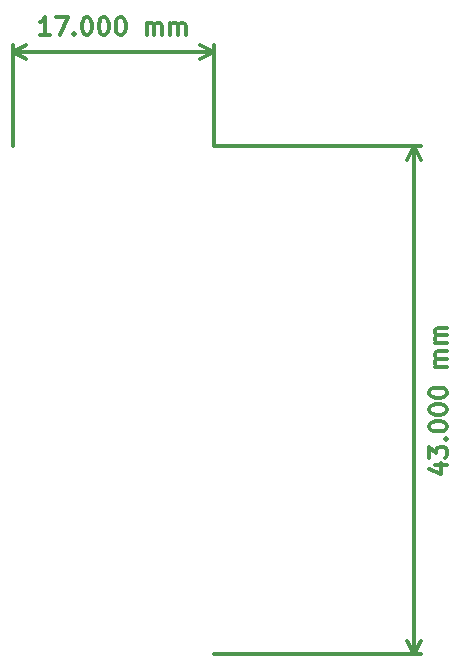
<source format=gbr>
G04 #@! TF.GenerationSoftware,KiCad,Pcbnew,(5.0.0)*
G04 #@! TF.CreationDate,2018-10-13T10:57:01-04:00*
G04 #@! TF.ProjectId,SecondPort_m3_usb,5365636F6E64506F72745F6D335F7573,1*
G04 #@! TF.SameCoordinates,Original*
G04 #@! TF.FileFunction,Drawing*
%FSLAX46Y46*%
G04 Gerber Fmt 4.6, Leading zero omitted, Abs format (unit mm)*
G04 Created by KiCad (PCBNEW (5.0.0)) date 10/13/18 10:57:01*
%MOMM*%
%LPD*%
G01*
G04 APERTURE LIST*
%ADD10C,0.300000*%
G04 APERTURE END LIST*
D10*
X138528571Y-126500000D02*
X139528571Y-126500000D01*
X137957142Y-126857142D02*
X139028571Y-127214285D01*
X139028571Y-126285714D01*
X138028571Y-125857142D02*
X138028571Y-124928571D01*
X138600000Y-125428571D01*
X138600000Y-125214285D01*
X138671428Y-125071428D01*
X138742857Y-125000000D01*
X138885714Y-124928571D01*
X139242857Y-124928571D01*
X139385714Y-125000000D01*
X139457142Y-125071428D01*
X139528571Y-125214285D01*
X139528571Y-125642857D01*
X139457142Y-125785714D01*
X139385714Y-125857142D01*
X139385714Y-124285714D02*
X139457142Y-124214285D01*
X139528571Y-124285714D01*
X139457142Y-124357142D01*
X139385714Y-124285714D01*
X139528571Y-124285714D01*
X138028571Y-123285714D02*
X138028571Y-123142857D01*
X138100000Y-123000000D01*
X138171428Y-122928571D01*
X138314285Y-122857142D01*
X138600000Y-122785714D01*
X138957142Y-122785714D01*
X139242857Y-122857142D01*
X139385714Y-122928571D01*
X139457142Y-123000000D01*
X139528571Y-123142857D01*
X139528571Y-123285714D01*
X139457142Y-123428571D01*
X139385714Y-123500000D01*
X139242857Y-123571428D01*
X138957142Y-123642857D01*
X138600000Y-123642857D01*
X138314285Y-123571428D01*
X138171428Y-123500000D01*
X138100000Y-123428571D01*
X138028571Y-123285714D01*
X138028571Y-121857142D02*
X138028571Y-121714285D01*
X138100000Y-121571428D01*
X138171428Y-121500000D01*
X138314285Y-121428571D01*
X138600000Y-121357142D01*
X138957142Y-121357142D01*
X139242857Y-121428571D01*
X139385714Y-121500000D01*
X139457142Y-121571428D01*
X139528571Y-121714285D01*
X139528571Y-121857142D01*
X139457142Y-122000000D01*
X139385714Y-122071428D01*
X139242857Y-122142857D01*
X138957142Y-122214285D01*
X138600000Y-122214285D01*
X138314285Y-122142857D01*
X138171428Y-122071428D01*
X138100000Y-122000000D01*
X138028571Y-121857142D01*
X138028571Y-120428571D02*
X138028571Y-120285714D01*
X138100000Y-120142857D01*
X138171428Y-120071428D01*
X138314285Y-120000000D01*
X138600000Y-119928571D01*
X138957142Y-119928571D01*
X139242857Y-120000000D01*
X139385714Y-120071428D01*
X139457142Y-120142857D01*
X139528571Y-120285714D01*
X139528571Y-120428571D01*
X139457142Y-120571428D01*
X139385714Y-120642857D01*
X139242857Y-120714285D01*
X138957142Y-120785714D01*
X138600000Y-120785714D01*
X138314285Y-120714285D01*
X138171428Y-120642857D01*
X138100000Y-120571428D01*
X138028571Y-120428571D01*
X139528571Y-118142857D02*
X138528571Y-118142857D01*
X138671428Y-118142857D02*
X138600000Y-118071428D01*
X138528571Y-117928571D01*
X138528571Y-117714285D01*
X138600000Y-117571428D01*
X138742857Y-117500000D01*
X139528571Y-117500000D01*
X138742857Y-117500000D02*
X138600000Y-117428571D01*
X138528571Y-117285714D01*
X138528571Y-117071428D01*
X138600000Y-116928571D01*
X138742857Y-116857142D01*
X139528571Y-116857142D01*
X139528571Y-116142857D02*
X138528571Y-116142857D01*
X138671428Y-116142857D02*
X138600000Y-116071428D01*
X138528571Y-115928571D01*
X138528571Y-115714285D01*
X138600000Y-115571428D01*
X138742857Y-115500000D01*
X139528571Y-115500000D01*
X138742857Y-115500000D02*
X138600000Y-115428571D01*
X138528571Y-115285714D01*
X138528571Y-115071428D01*
X138600000Y-114928571D01*
X138742857Y-114857142D01*
X139528571Y-114857142D01*
X136750000Y-142500000D02*
X136750000Y-99500000D01*
X119750000Y-142500000D02*
X137336421Y-142500000D01*
X119750000Y-99500000D02*
X137336421Y-99500000D01*
X136750000Y-99500000D02*
X137336421Y-100626504D01*
X136750000Y-99500000D02*
X136163579Y-100626504D01*
X136750000Y-142500000D02*
X137336421Y-141373496D01*
X136750000Y-142500000D02*
X136163579Y-141373496D01*
X105892857Y-90078572D02*
X105035714Y-90078572D01*
X105464285Y-90078572D02*
X105464285Y-88578572D01*
X105321428Y-88792858D01*
X105178571Y-88935715D01*
X105035714Y-89007143D01*
X106392857Y-88578572D02*
X107392857Y-88578572D01*
X106750000Y-90078572D01*
X107964285Y-89935715D02*
X108035714Y-90007143D01*
X107964285Y-90078572D01*
X107892857Y-90007143D01*
X107964285Y-89935715D01*
X107964285Y-90078572D01*
X108964285Y-88578572D02*
X109107142Y-88578572D01*
X109250000Y-88650001D01*
X109321428Y-88721429D01*
X109392857Y-88864286D01*
X109464285Y-89150001D01*
X109464285Y-89507143D01*
X109392857Y-89792858D01*
X109321428Y-89935715D01*
X109250000Y-90007143D01*
X109107142Y-90078572D01*
X108964285Y-90078572D01*
X108821428Y-90007143D01*
X108750000Y-89935715D01*
X108678571Y-89792858D01*
X108607142Y-89507143D01*
X108607142Y-89150001D01*
X108678571Y-88864286D01*
X108750000Y-88721429D01*
X108821428Y-88650001D01*
X108964285Y-88578572D01*
X110392857Y-88578572D02*
X110535714Y-88578572D01*
X110678571Y-88650001D01*
X110750000Y-88721429D01*
X110821428Y-88864286D01*
X110892857Y-89150001D01*
X110892857Y-89507143D01*
X110821428Y-89792858D01*
X110750000Y-89935715D01*
X110678571Y-90007143D01*
X110535714Y-90078572D01*
X110392857Y-90078572D01*
X110250000Y-90007143D01*
X110178571Y-89935715D01*
X110107142Y-89792858D01*
X110035714Y-89507143D01*
X110035714Y-89150001D01*
X110107142Y-88864286D01*
X110178571Y-88721429D01*
X110250000Y-88650001D01*
X110392857Y-88578572D01*
X111821428Y-88578572D02*
X111964285Y-88578572D01*
X112107142Y-88650001D01*
X112178571Y-88721429D01*
X112250000Y-88864286D01*
X112321428Y-89150001D01*
X112321428Y-89507143D01*
X112250000Y-89792858D01*
X112178571Y-89935715D01*
X112107142Y-90007143D01*
X111964285Y-90078572D01*
X111821428Y-90078572D01*
X111678571Y-90007143D01*
X111607142Y-89935715D01*
X111535714Y-89792858D01*
X111464285Y-89507143D01*
X111464285Y-89150001D01*
X111535714Y-88864286D01*
X111607142Y-88721429D01*
X111678571Y-88650001D01*
X111821428Y-88578572D01*
X114107142Y-90078572D02*
X114107142Y-89078572D01*
X114107142Y-89221429D02*
X114178571Y-89150001D01*
X114321428Y-89078572D01*
X114535714Y-89078572D01*
X114678571Y-89150001D01*
X114750000Y-89292858D01*
X114750000Y-90078572D01*
X114750000Y-89292858D02*
X114821428Y-89150001D01*
X114964285Y-89078572D01*
X115178571Y-89078572D01*
X115321428Y-89150001D01*
X115392857Y-89292858D01*
X115392857Y-90078572D01*
X116107142Y-90078572D02*
X116107142Y-89078572D01*
X116107142Y-89221429D02*
X116178571Y-89150001D01*
X116321428Y-89078572D01*
X116535714Y-89078572D01*
X116678571Y-89150001D01*
X116750000Y-89292858D01*
X116750000Y-90078572D01*
X116750000Y-89292858D02*
X116821428Y-89150001D01*
X116964285Y-89078572D01*
X117178571Y-89078572D01*
X117321428Y-89150001D01*
X117392857Y-89292858D01*
X117392857Y-90078572D01*
X102750000Y-91500001D02*
X119750000Y-91500001D01*
X102750000Y-99500000D02*
X102750000Y-90913580D01*
X119750000Y-99500000D02*
X119750000Y-90913580D01*
X119750000Y-91500001D02*
X118623496Y-92086422D01*
X119750000Y-91500001D02*
X118623496Y-90913580D01*
X102750000Y-91500001D02*
X103876504Y-92086422D01*
X102750000Y-91500001D02*
X103876504Y-90913580D01*
M02*

</source>
